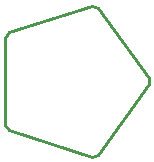
<source format=gko>
G04 #@! TF.FileFunction,Profile,NP*
%FSLAX46Y46*%
G04 Gerber Fmt 4.6, Leading zero omitted, Abs format (unit mm)*
G04 Created by KiCad (PCBNEW 4.0.5+dfsg1-4) date Tue Feb 14 02:46:29 2017*
%MOMM*%
%LPD*%
G01*
G04 APERTURE LIST*
%ADD10C,0.100000*%
%ADD11C,0.254000*%
G04 APERTURE END LIST*
D10*
D11*
X7317740Y0D02*
X322580Y-2273300D01*
X322580Y-2273300D02*
X0Y-2717800D01*
X0Y-2717800D02*
X0Y-10071100D01*
X0Y-10071100D02*
X325120Y-10518140D01*
X325120Y-10518140D02*
X7317740Y-12788900D01*
X7317740Y-12788900D02*
X7840980Y-12618720D01*
X7840980Y-12618720D02*
X12164060Y-6670040D01*
X12164060Y-6670040D02*
X12164060Y-6121400D01*
X12164060Y-6121400D02*
X7840980Y-170180D01*
X7840980Y-170180D02*
X7317740Y0D01*
X7317740Y0D02*
X7317740Y0D01*
M02*

</source>
